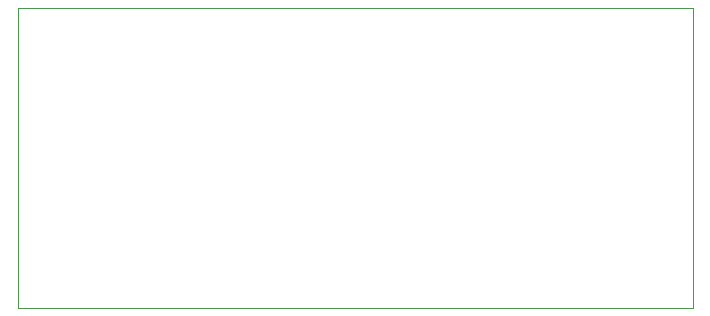
<source format=gbr>
%TF.GenerationSoftware,KiCad,Pcbnew,(6.0.0)*%
%TF.CreationDate,2022-02-19T20:02:03-08:00*%
%TF.ProjectId,P82B715-I2C-Bus-Extender-Carrier,50383242-3731-4352-9d49-32432d427573,rev?*%
%TF.SameCoordinates,Original*%
%TF.FileFunction,Profile,NP*%
%FSLAX46Y46*%
G04 Gerber Fmt 4.6, Leading zero omitted, Abs format (unit mm)*
G04 Created by KiCad (PCBNEW (6.0.0)) date 2022-02-19 20:02:03*
%MOMM*%
%LPD*%
G01*
G04 APERTURE LIST*
%TA.AperFunction,Profile*%
%ADD10C,0.100000*%
%TD*%
G04 APERTURE END LIST*
D10*
X158750000Y-76200000D02*
X101600000Y-76200000D01*
X158750000Y-101600000D02*
X158750000Y-76200000D01*
X101600000Y-101600000D02*
X158750000Y-101600000D01*
X101600000Y-76200000D02*
X101600000Y-101600000D01*
M02*

</source>
